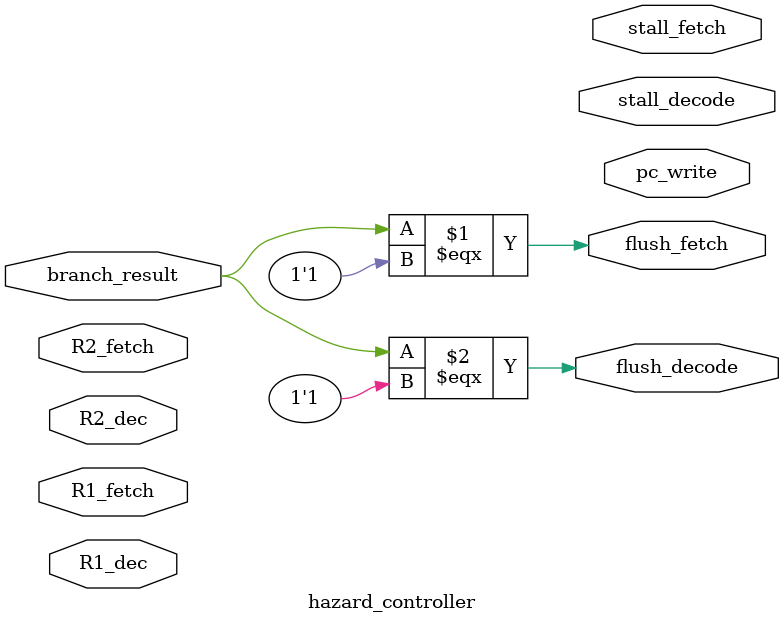
<source format=sv>
module hazard_controller(
    input branch_result,
    input [15:0] R1_dec,
    input [15:0] R2_dec,
    input [15:0] R1_fetch,
    input [15:0] R2_fetch,

    output flush_fetch,
    output flush_decode,
    output stall_fetch,
    output stall_decode,
    output pc_write
);

    assign flush_fetch = branch_result === 1'b1 ;
    assign flush_decode = branch_result === 1'b1;

    // Staalling is just inserting a nop instruction in the pipeline at the execute stage and stoping the fetch stage temporarily


endmodule : hazard_controller

</source>
